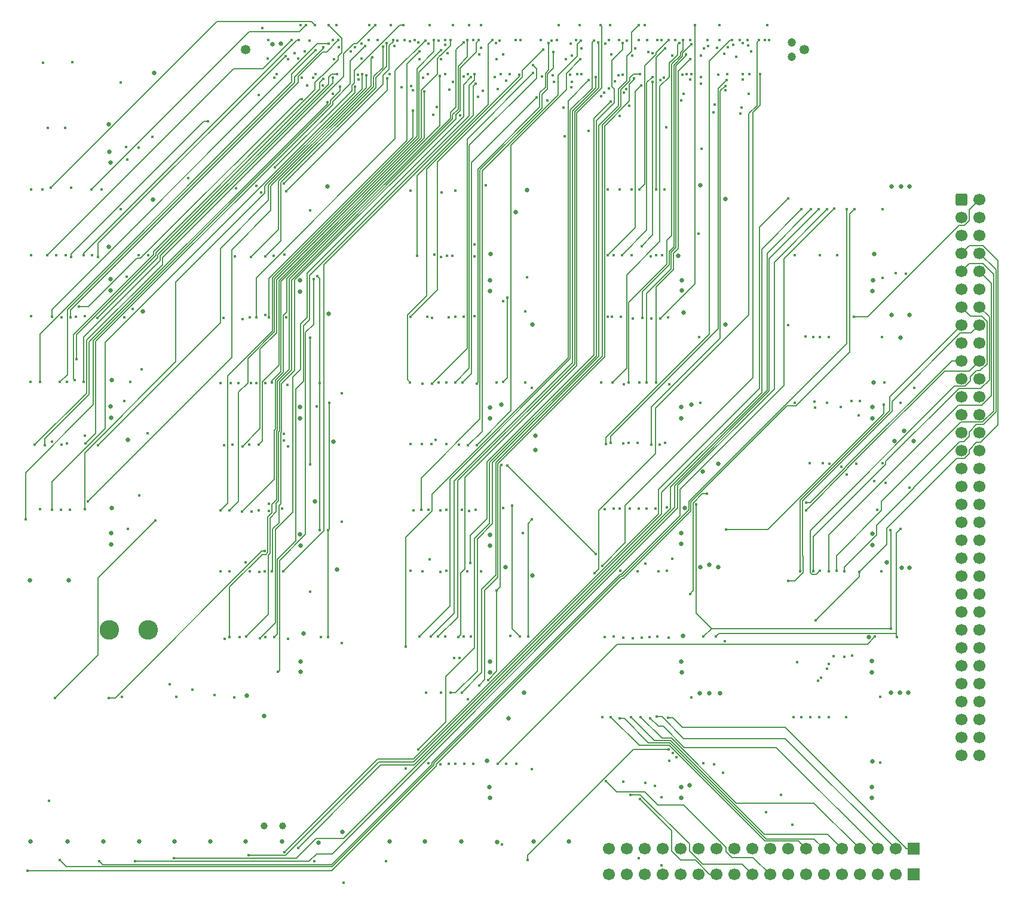
<source format=gbr>
G04 #@! TF.GenerationSoftware,KiCad,Pcbnew,9.0.3*
G04 #@! TF.CreationDate,2025-08-01T19:28:12-07:00*
G04 #@! TF.ProjectId,CardTestFixture,43617264-5465-4737-9446-697874757265,A*
G04 #@! TF.SameCoordinates,Original*
G04 #@! TF.FileFunction,Copper,L6,Inr*
G04 #@! TF.FilePolarity,Positive*
%FSLAX46Y46*%
G04 Gerber Fmt 4.6, Leading zero omitted, Abs format (unit mm)*
G04 Created by KiCad (PCBNEW 9.0.3) date 2025-08-01 19:28:12*
%MOMM*%
%LPD*%
G01*
G04 APERTURE LIST*
G04 Aperture macros list*
%AMRoundRect*
0 Rectangle with rounded corners*
0 $1 Rounding radius*
0 $2 $3 $4 $5 $6 $7 $8 $9 X,Y pos of 4 corners*
0 Add a 4 corners polygon primitive as box body*
4,1,4,$2,$3,$4,$5,$6,$7,$8,$9,$2,$3,0*
0 Add four circle primitives for the rounded corners*
1,1,$1+$1,$2,$3*
1,1,$1+$1,$4,$5*
1,1,$1+$1,$6,$7*
1,1,$1+$1,$8,$9*
0 Add four rect primitives between the rounded corners*
20,1,$1+$1,$2,$3,$4,$5,0*
20,1,$1+$1,$4,$5,$6,$7,0*
20,1,$1+$1,$6,$7,$8,$9,0*
20,1,$1+$1,$8,$9,$2,$3,0*%
G04 Aperture macros list end*
G04 #@! TA.AperFunction,ComponentPad*
%ADD10R,1.700000X1.700000*%
G04 #@! TD*
G04 #@! TA.AperFunction,ComponentPad*
%ADD11C,1.700000*%
G04 #@! TD*
G04 #@! TA.AperFunction,ComponentPad*
%ADD12C,1.349000*%
G04 #@! TD*
G04 #@! TA.AperFunction,ComponentPad*
%ADD13C,1.200000*%
G04 #@! TD*
G04 #@! TA.AperFunction,ComponentPad*
%ADD14RoundRect,0.250000X-0.600000X-0.600000X0.600000X-0.600000X0.600000X0.600000X-0.600000X0.600000X0*%
G04 #@! TD*
G04 #@! TA.AperFunction,ComponentPad*
%ADD15C,2.775000*%
G04 #@! TD*
G04 #@! TA.AperFunction,ViaPad*
%ADD16C,0.650000*%
G04 #@! TD*
G04 #@! TA.AperFunction,ViaPad*
%ADD17C,1.000000*%
G04 #@! TD*
G04 #@! TA.AperFunction,ViaPad*
%ADD18C,0.450000*%
G04 #@! TD*
G04 #@! TA.AperFunction,Conductor*
%ADD19C,0.152400*%
G04 #@! TD*
G04 APERTURE END LIST*
D10*
X209180000Y-151400000D03*
D11*
X206640000Y-151400000D03*
X204100000Y-151400000D03*
X201560000Y-151400000D03*
X199020000Y-151400000D03*
X196480000Y-151400000D03*
X193940000Y-151400000D03*
X191400000Y-151400000D03*
X188860000Y-151400000D03*
X186320000Y-151400000D03*
X183780000Y-151400000D03*
X181240000Y-151400000D03*
X178700000Y-151400000D03*
X176160000Y-151400000D03*
X173620000Y-151400000D03*
X171080000Y-151400000D03*
X168540000Y-151400000D03*
X166000000Y-151400000D03*
D10*
X209180000Y-155000000D03*
D11*
X206640000Y-155000000D03*
X204100000Y-155000000D03*
X201560000Y-155000000D03*
X199020000Y-155000000D03*
X196480000Y-155000000D03*
X193940000Y-155000000D03*
X191400000Y-155000000D03*
X188860000Y-155000000D03*
X186320000Y-155000000D03*
X183780000Y-155000000D03*
X181240000Y-155000000D03*
X178700000Y-155000000D03*
X176160000Y-155000000D03*
X173620000Y-155000000D03*
X171080000Y-155000000D03*
X168540000Y-155000000D03*
X166000000Y-155000000D03*
D12*
X114568900Y-38197500D03*
D13*
X191908900Y-39197500D03*
X191908900Y-37197500D03*
D12*
X193698900Y-38197500D03*
D14*
X216000000Y-59400000D03*
D11*
X218540000Y-59400000D03*
X216000000Y-61940000D03*
X218540000Y-61940000D03*
X216000000Y-64480000D03*
X218540000Y-64480000D03*
X216000000Y-67020000D03*
X218540000Y-67020000D03*
X216000000Y-69560000D03*
X218540000Y-69560000D03*
X216000000Y-72100000D03*
X218540000Y-72100000D03*
X216000000Y-74640000D03*
X218540000Y-74640000D03*
X216000000Y-77180000D03*
X218540000Y-77180000D03*
X216000000Y-79720000D03*
X218540000Y-79720000D03*
X216000000Y-82260000D03*
X218540000Y-82260000D03*
X216000000Y-84800000D03*
X218540000Y-84800000D03*
X216000000Y-87340000D03*
X218540000Y-87340000D03*
X216000000Y-89880000D03*
X218540000Y-89880000D03*
X216000000Y-92420000D03*
X218540000Y-92420000D03*
X216000000Y-94960000D03*
X218540000Y-94960000D03*
X216000000Y-97500000D03*
X218540000Y-97500000D03*
X216000000Y-100040000D03*
X218540000Y-100040000D03*
X216000000Y-102580000D03*
X218540000Y-102580000D03*
X216000000Y-105120000D03*
X218540000Y-105120000D03*
X216000000Y-107660000D03*
X218540000Y-107660000D03*
X216000000Y-110200000D03*
X218540000Y-110200000D03*
X216000000Y-112740000D03*
X218540000Y-112740000D03*
X216000000Y-115280000D03*
X218540000Y-115280000D03*
X216000000Y-117820000D03*
X218540000Y-117820000D03*
X216000000Y-120360000D03*
X218540000Y-120360000D03*
X216000000Y-122900000D03*
X218540000Y-122900000D03*
X216000000Y-125440000D03*
X218540000Y-125440000D03*
X216000000Y-127980000D03*
X218540000Y-127980000D03*
X216000000Y-130520000D03*
X218540000Y-130520000D03*
X216000000Y-133060000D03*
X218540000Y-133060000D03*
X216000000Y-135600000D03*
X218540000Y-135600000D03*
X216000000Y-138140000D03*
X218540000Y-138140000D03*
D15*
X95300000Y-120400000D03*
X100800000Y-120400000D03*
D16*
X114700000Y-129700000D03*
X150247163Y-150415576D03*
X95169795Y-48769795D03*
X122380000Y-108450000D03*
X181548500Y-111521405D03*
X177500000Y-142400000D03*
X178874200Y-129354200D03*
X203362000Y-108342250D03*
X95494000Y-90300000D03*
X145100000Y-150400000D03*
X203400000Y-139000000D03*
X205447800Y-110789092D03*
X206470599Y-93636792D03*
X99500000Y-150400000D03*
X177700000Y-88500000D03*
X94400000Y-150400000D03*
X126300000Y-75600000D03*
X206000000Y-129300000D03*
X203370000Y-72350000D03*
X151370800Y-111500000D03*
X208600000Y-111600000D03*
X203535900Y-85300000D03*
X122280000Y-72450000D03*
X179361801Y-97997608D03*
X203293000Y-144171900D03*
X203600000Y-67100000D03*
X206100000Y-75800000D03*
X176500000Y-121200000D03*
X84000000Y-113400000D03*
X128300000Y-149000000D03*
X114600000Y-150400000D03*
X135000000Y-150400000D03*
X209203100Y-93600000D03*
X89300000Y-150400000D03*
X100000000Y-75300000D03*
X149200000Y-72400000D03*
X101473400Y-59400100D03*
X149159000Y-108422000D03*
X109600000Y-150400000D03*
X95394000Y-72300000D03*
X95203645Y-66103645D03*
X179000000Y-111500000D03*
X208500000Y-129300000D03*
X208600000Y-75800000D03*
X208600000Y-57600000D03*
X181748500Y-129354200D03*
X149296300Y-67131600D03*
X95394000Y-54200000D03*
X176362000Y-72342250D03*
X202865333Y-121449299D03*
X149159000Y-90422000D03*
X150833400Y-88500000D03*
X155400000Y-150400000D03*
X175862800Y-67403500D03*
X101588000Y-41487300D03*
X97887600Y-93500000D03*
X155599800Y-92900000D03*
X119700000Y-150400000D03*
X127500000Y-111800000D03*
X104500000Y-150400000D03*
X148770000Y-138930000D03*
X122782608Y-120888501D03*
X176788100Y-103097600D03*
X160400000Y-150400000D03*
X152800000Y-61248100D03*
X203300000Y-126400000D03*
X176315000Y-108197000D03*
D17*
X119800000Y-148195000D03*
D16*
X95600000Y-85000000D03*
X203400000Y-90400000D03*
X124355205Y-102155205D03*
X122380000Y-126350000D03*
X149151000Y-126394000D03*
X95600000Y-103100000D03*
X126200000Y-57600000D03*
X124911855Y-150500600D03*
X176308000Y-144169000D03*
X119528100Y-37295900D03*
X84100000Y-150400000D03*
X206100000Y-57600000D03*
X140000000Y-150400000D03*
X176300000Y-90400000D03*
X127000000Y-93700000D03*
X179000000Y-57400000D03*
X149160000Y-144170000D03*
X95494000Y-108300000D03*
X151840000Y-132910000D03*
X176640100Y-75400000D03*
X176400000Y-126400000D03*
X122280000Y-90450000D03*
X203300000Y-124800000D03*
X95494000Y-106700000D03*
X155605300Y-94916200D03*
X122280000Y-106850000D03*
X207300000Y-129300000D03*
X203362000Y-106742250D03*
X122280000Y-88850000D03*
X149159000Y-88922000D03*
X117220000Y-132575600D03*
X180244195Y-111144195D03*
X181515600Y-96833900D03*
X182584400Y-77121000D03*
X122380000Y-124850000D03*
X154410300Y-58044900D03*
X155207600Y-77160600D03*
X207350000Y-78974000D03*
X89500000Y-113400000D03*
X95394000Y-88700000D03*
X176362000Y-70842250D03*
X207903599Y-92203792D03*
X207400000Y-57600000D03*
X118406400Y-37392300D03*
X149159000Y-106922000D03*
X149120000Y-142640000D03*
X182584400Y-59325800D03*
X203293000Y-142671900D03*
X95294000Y-52700000D03*
X122280000Y-70850000D03*
X149151000Y-124894000D03*
D17*
X117220000Y-148190000D03*
D16*
X176300000Y-88800000D03*
X176308000Y-142669000D03*
X154027700Y-129250000D03*
X207500000Y-111600000D03*
X149200000Y-70900000D03*
X176315000Y-106697000D03*
X95394000Y-70700000D03*
X203400000Y-88800000D03*
X203470000Y-70850000D03*
X176315000Y-124900000D03*
X155206200Y-112711400D03*
X180300000Y-129354200D03*
D18*
X181194900Y-121351100D03*
X180946700Y-139461300D03*
X99369900Y-67275000D03*
X154216400Y-75225300D03*
X126260300Y-106253100D03*
X206709400Y-69854500D03*
X207350000Y-88192700D03*
X206864100Y-121446900D03*
X207350000Y-106050600D03*
X152916100Y-139351100D03*
X154205300Y-85310000D03*
X100653900Y-92565200D03*
X152305300Y-102821900D03*
X126402800Y-88253900D03*
X99374000Y-52109700D03*
X126260300Y-121444100D03*
X153448000Y-121353100D03*
X128214000Y-122294400D03*
X155096500Y-86114500D03*
X87568600Y-130031300D03*
X182252300Y-140625000D03*
X154416500Y-70451900D03*
X100787500Y-67292100D03*
X155095900Y-140156700D03*
X208649500Y-100251500D03*
X128214000Y-105092200D03*
X154581300Y-121362300D03*
X101337600Y-50571000D03*
X101796300Y-104935300D03*
X128214400Y-86850000D03*
X182448100Y-121962400D03*
X209305500Y-86084700D03*
X155101300Y-104770200D03*
X208094600Y-69948900D03*
X205917000Y-106242300D03*
X178425600Y-102609300D03*
X179426300Y-139235600D03*
X124701800Y-70254700D03*
X153825000Y-106639400D03*
X179427800Y-121360700D03*
X151057000Y-85255600D03*
X125078700Y-106257400D03*
X151684400Y-73333500D03*
X152028500Y-121258300D03*
X206001400Y-120211200D03*
X151438900Y-139399400D03*
X97747000Y-70337700D03*
X86700000Y-144600000D03*
X97595500Y-51970300D03*
X125056900Y-85436600D03*
X98252200Y-85290400D03*
X179032800Y-88195400D03*
X205043500Y-85349400D03*
X125212200Y-121442100D03*
X123720300Y-60961500D03*
X178832700Y-78901300D03*
X150143600Y-114813600D03*
X96834000Y-42824800D03*
X96834700Y-60806900D03*
X97343600Y-76137200D03*
X204810000Y-60826600D03*
X112914300Y-129973900D03*
X179915400Y-101119400D03*
X148922600Y-127469800D03*
X204640400Y-112058400D03*
X177738700Y-129919300D03*
X123727500Y-78957900D03*
X178763900Y-64301500D03*
X123734500Y-114972900D03*
X150830800Y-96998800D03*
X204438400Y-129907800D03*
X204790200Y-96750800D03*
X204773100Y-78879000D03*
X177534200Y-115282300D03*
X123720300Y-96961500D03*
X200869800Y-60803600D03*
X83664000Y-154489000D03*
X199730000Y-60812000D03*
X88193700Y-153001400D03*
X197963500Y-60693700D03*
X93824400Y-153160600D03*
X196947900Y-60825700D03*
X98904800Y-153160200D03*
X104441000Y-152704000D03*
X195735700Y-60808500D03*
X194650000Y-60807500D03*
X121973100Y-151256700D03*
X114991000Y-152314000D03*
X193322500Y-60807700D03*
X120075400Y-151863500D03*
X191414300Y-59298600D03*
X124317100Y-153147900D03*
X174553400Y-138897400D03*
X190425200Y-143788700D03*
X128431000Y-156226600D03*
X134469300Y-153155700D03*
X175649200Y-138443700D03*
X150862000Y-150755200D03*
X175059800Y-137863100D03*
X170271000Y-152771300D03*
X188309600Y-146219100D03*
X154494200Y-152989800D03*
X174503300Y-137304100D03*
X192060000Y-147982900D03*
X173511000Y-153771800D03*
X91754000Y-103288100D03*
X131047700Y-41682000D03*
X164833100Y-34705200D03*
X144701600Y-121388500D03*
X147327900Y-85517300D03*
X157498500Y-37281700D03*
X120493000Y-85657500D03*
X139034700Y-37199600D03*
X112290300Y-112131200D03*
X144962200Y-47462600D03*
X142814000Y-121365600D03*
X164906200Y-44786000D03*
X86088100Y-94206400D03*
X126131100Y-45625000D03*
X143015500Y-112050800D03*
X166020000Y-36831700D03*
X127434800Y-34703000D03*
X91803300Y-75985600D03*
X137930100Y-76051800D03*
X156769200Y-38182800D03*
X116589300Y-121550200D03*
X146498900Y-42080600D03*
X146485600Y-121358900D03*
X166407300Y-38881200D03*
X172706600Y-57995200D03*
X173998900Y-37980600D03*
X163909600Y-36939100D03*
X139176500Y-121359800D03*
X150577600Y-36916600D03*
X143884100Y-67433300D03*
X117838900Y-102511700D03*
X142836800Y-41688300D03*
X84134000Y-75976900D03*
X127751500Y-37879100D03*
X115120700Y-112130600D03*
X147478900Y-44833600D03*
X118588700Y-42187700D03*
X84197700Y-67281400D03*
X117370300Y-121428600D03*
X146209000Y-34700900D03*
X171203900Y-111017100D03*
X184834800Y-46401100D03*
X198368700Y-67293200D03*
X188745700Y-36836100D03*
X168994000Y-103221300D03*
X180082600Y-37644900D03*
X181741600Y-36833400D03*
X173239600Y-94107600D03*
X143639000Y-36826700D03*
X116394100Y-94143900D03*
X158091100Y-41799000D03*
X147023000Y-75966100D03*
X176998900Y-38839000D03*
X171412800Y-85346600D03*
X88396200Y-103347700D03*
X130060500Y-37820600D03*
X124464000Y-41676400D03*
X106473100Y-56349500D03*
X118959400Y-41681300D03*
X85860600Y-40064000D03*
X168183900Y-85559700D03*
X176458300Y-41702200D03*
X164006500Y-112379100D03*
X187316800Y-36838800D03*
X173952800Y-57974400D03*
X173808700Y-42179400D03*
X111424800Y-76168000D03*
X140633400Y-34699800D03*
X185959300Y-41686800D03*
X174215000Y-111995500D03*
X164498900Y-37205900D03*
X141865900Y-121351100D03*
X184998900Y-41678900D03*
X170661500Y-121509800D03*
X160752600Y-42791400D03*
X142986500Y-103349100D03*
X127707000Y-36825400D03*
X89754800Y-76135400D03*
X179103700Y-42974700D03*
X165485900Y-103269000D03*
X120204800Y-39081600D03*
X93648900Y-67531600D03*
X173577500Y-67281700D03*
X173515500Y-36845000D03*
X132926100Y-34716800D03*
X84700400Y-94188500D03*
X160649200Y-37350600D03*
X143011300Y-94060800D03*
X148558700Y-57426200D03*
X151461300Y-42616300D03*
X182539800Y-43319800D03*
X172041300Y-94174600D03*
X118640300Y-121425500D03*
X146998900Y-41681100D03*
X176605800Y-44412000D03*
X169424000Y-76247000D03*
X179119700Y-42086400D03*
X166501800Y-76052900D03*
X114080600Y-103593300D03*
X142086100Y-41948800D03*
X171412800Y-103219300D03*
X181370000Y-37901900D03*
X174277600Y-103029000D03*
X181685400Y-34708200D03*
X91600600Y-85290400D03*
X126947800Y-42126500D03*
X174483700Y-121512800D03*
X185691300Y-36837100D03*
X180986500Y-45979400D03*
X173965300Y-93910800D03*
X171618700Y-38498700D03*
X166696500Y-67288000D03*
X140399400Y-41684700D03*
X115164800Y-76136700D03*
X124094400Y-42166100D03*
X84108500Y-85290400D03*
X188462000Y-34708800D03*
X195920000Y-67276400D03*
X173289900Y-42536500D03*
X172738900Y-67287100D03*
X140667600Y-110440600D03*
X165552000Y-37344300D03*
X177689900Y-41678500D03*
X174409100Y-76136600D03*
X141906800Y-36933500D03*
X115416800Y-103658900D03*
X172603200Y-103212500D03*
X181573000Y-41747000D03*
X116413200Y-44623000D03*
X87684300Y-67292500D03*
X123117400Y-34704700D03*
X92690700Y-57993200D03*
X118302500Y-85368900D03*
X139893900Y-44130300D03*
X147699500Y-38861900D03*
X114559500Y-110867200D03*
X113678300Y-121445700D03*
X146039800Y-41685500D03*
X86997100Y-57725400D03*
X124348700Y-34719700D03*
X145998900Y-36838300D03*
X114682100Y-121288900D03*
X89849000Y-67546100D03*
X109253000Y-48317800D03*
X170117300Y-112062700D03*
X184099800Y-39219700D03*
X160793900Y-39055900D03*
X137906500Y-94038300D03*
X172036800Y-76288900D03*
X177592200Y-42432900D03*
X140446500Y-139310100D03*
X163162200Y-49685200D03*
X172231700Y-42060600D03*
X167877400Y-67287400D03*
X170413200Y-41692200D03*
X145205500Y-129265500D03*
X117393000Y-75790000D03*
X139712000Y-42156400D03*
X160736200Y-43495000D03*
X141465800Y-93505000D03*
X87112700Y-93761000D03*
X132084200Y-34709200D03*
X167597700Y-103218900D03*
X179137600Y-52240700D03*
X121506900Y-38697100D03*
X84134000Y-57995900D03*
X166927800Y-42698900D03*
X142199300Y-112166400D03*
X147161100Y-103335900D03*
X161910800Y-34712100D03*
X139204900Y-38437800D03*
X117896200Y-76138900D03*
X140503800Y-37300000D03*
X114135100Y-76327100D03*
X180888800Y-47032900D03*
X170299400Y-103218300D03*
X172884000Y-121353900D03*
X184966000Y-42428600D03*
X138377800Y-103434000D03*
X159815500Y-50465500D03*
X115343500Y-67574200D03*
X133998900Y-37797300D03*
X117379500Y-85439500D03*
X138498900Y-36853800D03*
X126907000Y-44427500D03*
X88496500Y-94148600D03*
X188126200Y-36837300D03*
X192347700Y-67284800D03*
X89842400Y-57723900D03*
X123583500Y-36924100D03*
X120032400Y-67203800D03*
X135098900Y-34712600D03*
X112290300Y-103427900D03*
X141260100Y-36844200D03*
X171930900Y-67438200D03*
X172883300Y-36826600D03*
X143580000Y-129320000D03*
X170246600Y-34717600D03*
X174998900Y-39060300D03*
X167602800Y-57980100D03*
X170241100Y-36837700D03*
X146032700Y-130189800D03*
X161528900Y-41678000D03*
X146197500Y-103564400D03*
X99525200Y-101334600D03*
X130998900Y-37295500D03*
X145443100Y-37137300D03*
X112290300Y-121439600D03*
X140868600Y-94083800D03*
X162133800Y-37999200D03*
X137094700Y-36825200D03*
X112486300Y-85430700D03*
X131498900Y-37652400D03*
X91907100Y-93990800D03*
X142881000Y-37531400D03*
X117838900Y-103539900D03*
X141162600Y-47375900D03*
X112686500Y-94153600D03*
X141927800Y-85334500D03*
X156386600Y-36835700D03*
X145183600Y-103359100D03*
X161405200Y-36830800D03*
X163155800Y-42535400D03*
X137227600Y-122770200D03*
X147305900Y-94192200D03*
X161998900Y-39569300D03*
X165998900Y-43693300D03*
X147890100Y-112055400D03*
X147934900Y-37950000D03*
X111020300Y-112127600D03*
X119910300Y-112125200D03*
X147150600Y-42981000D03*
X147667300Y-128255300D03*
X169601800Y-42213000D03*
X147619800Y-36843200D03*
X118301700Y-112061800D03*
X90388200Y-85031900D03*
X126332300Y-34700900D03*
X136667300Y-43525700D03*
X111020300Y-85426800D03*
X166286700Y-45551500D03*
X146427500Y-110921100D03*
X178227500Y-34718600D03*
X173317800Y-76320500D03*
X182680900Y-42500600D03*
X166332800Y-93914300D03*
X153315200Y-41707900D03*
X137881500Y-85350500D03*
X182575200Y-43941400D03*
X165455000Y-121383300D03*
X172748900Y-85354300D03*
X177548600Y-39563300D03*
X162059100Y-36896900D03*
X146090200Y-94261800D03*
X145526500Y-139338400D03*
X168952800Y-46172800D03*
X158929300Y-34713600D03*
X140993200Y-76223400D03*
X116732500Y-58408700D03*
X136066900Y-36886900D03*
X179498900Y-37977700D03*
X165899200Y-76065500D03*
X86511500Y-49293000D03*
X116943400Y-35123000D03*
X143419000Y-43838900D03*
X120551700Y-94389100D03*
X168493900Y-43752400D03*
X142267500Y-129250000D03*
X142819800Y-36828600D03*
X119738900Y-103190400D03*
X125540500Y-37819400D03*
X88237500Y-85290400D03*
X120015900Y-93545800D03*
X143903800Y-34719100D03*
X127921600Y-43452600D03*
X83441700Y-104700000D03*
X165069700Y-111316000D03*
X187498900Y-41685600D03*
X170317200Y-85350400D03*
X177060900Y-41677200D03*
X177583300Y-36826800D03*
X174593200Y-85622100D03*
X165899200Y-57994400D03*
X175452700Y-36826400D03*
X125492200Y-43264900D03*
X89214000Y-85291100D03*
X165899200Y-67288800D03*
X170589700Y-43281600D03*
X174484700Y-36852100D03*
X170333800Y-57977700D03*
X149998900Y-37233900D03*
X142251500Y-67601400D03*
X166715300Y-121367200D03*
X183691600Y-37464000D03*
X142261900Y-38254500D03*
X114159900Y-94358700D03*
X167387100Y-41781700D03*
X139637200Y-112133100D03*
X142275600Y-39517400D03*
X116419300Y-103421500D03*
X170783500Y-76165200D03*
X177736100Y-37439000D03*
X185020000Y-37226000D03*
X171824600Y-121375200D03*
X169327200Y-39042600D03*
X144256500Y-139349600D03*
X146779400Y-36826300D03*
X120546800Y-121699700D03*
X134641000Y-42221400D03*
X120354200Y-58208400D03*
X160498900Y-41703100D03*
X140446500Y-103357000D03*
X169218400Y-67289700D03*
X172241400Y-38659100D03*
X141632400Y-46324200D03*
X115042800Y-94146200D03*
X131998900Y-36829400D03*
X89214000Y-93977500D03*
X132526600Y-39264200D03*
X92211800Y-102172000D03*
X130580600Y-42443000D03*
X91755800Y-92905900D03*
X168014700Y-37211200D03*
X139043100Y-137320300D03*
X90615100Y-82064900D03*
X125539400Y-42362300D03*
X144750500Y-94178400D03*
X162132900Y-41686500D03*
X89048800Y-67288100D03*
X122338400Y-34704700D03*
X168100100Y-94013200D03*
X182854900Y-37830400D03*
X131660800Y-41831300D03*
X93622700Y-94210800D03*
X145964800Y-112103400D03*
X166185400Y-34708200D03*
X170142800Y-93898200D03*
X182421300Y-38789500D03*
X137906500Y-112032000D03*
X167498900Y-36843300D03*
X145495400Y-121351800D03*
X165403700Y-44288500D03*
X90935100Y-74591100D03*
X122486000Y-45171600D03*
X129498900Y-38406900D03*
X85404000Y-103272500D03*
X135606600Y-37638500D03*
X116124400Y-57501200D03*
X143177500Y-38721700D03*
X111495500Y-94235500D03*
X144122700Y-124385800D03*
X171478200Y-36843400D03*
X159905400Y-39500700D03*
X142199300Y-103460000D03*
X123286800Y-43259600D03*
X88443500Y-76104100D03*
X137886600Y-37021400D03*
X115345400Y-85428700D03*
X176312300Y-45347100D03*
X164950500Y-85362200D03*
X157317700Y-45347600D03*
X140290900Y-76060300D03*
X157952300Y-36871000D03*
X145433400Y-76044500D03*
X113053900Y-67492400D03*
X133254700Y-36825700D03*
X137959000Y-58129000D03*
X152825600Y-36838800D03*
X120328200Y-76076700D03*
X139206400Y-39569400D03*
X86461100Y-67293800D03*
X121102200Y-36827200D03*
X117370300Y-67441200D03*
X134527100Y-37254800D03*
X116100300Y-85419400D03*
X138260600Y-43922400D03*
X111020300Y-103427900D03*
X138251200Y-46823000D03*
X179968700Y-36847800D03*
X166706100Y-103209000D03*
X140849700Y-121364000D03*
X164135300Y-42098500D03*
X167718600Y-76056000D03*
X179062700Y-39066300D03*
X150734600Y-41678700D03*
X147023000Y-65815700D03*
X93600800Y-76199000D03*
X127498900Y-41676300D03*
X169235200Y-57994100D03*
X174150200Y-49209300D03*
X138870400Y-67431800D03*
X149496700Y-36843100D03*
X89665400Y-103371600D03*
X130439100Y-41763600D03*
X122929800Y-38470500D03*
X85760600Y-57994100D03*
X165598100Y-94064900D03*
X183498900Y-36850500D03*
X186201400Y-38417400D03*
X167637300Y-112053000D03*
X124481700Y-38266700D03*
X85404000Y-85277000D03*
X94138300Y-57994100D03*
X121994200Y-39434800D03*
X158661200Y-36833300D03*
X143371200Y-76078400D03*
X147023000Y-67434600D03*
X151094600Y-38837500D03*
X122491800Y-42186500D03*
X92782600Y-67277300D03*
X146848100Y-139353000D03*
X169735700Y-38017000D03*
X184703700Y-47202200D03*
X168093100Y-121474500D03*
X168872800Y-93908300D03*
X182838900Y-41686200D03*
X169452000Y-121557100D03*
X184566200Y-36825800D03*
X158253300Y-42760600D03*
X144256500Y-76061700D03*
X139438700Y-103366000D03*
X158161800Y-38496900D03*
X167529200Y-47538600D03*
X143313200Y-139352900D03*
X148171800Y-44053500D03*
X117289400Y-112069600D03*
X126936300Y-36835800D03*
X99828300Y-83481700D03*
X122091200Y-36828700D03*
X91604300Y-67287400D03*
X168872800Y-85350400D03*
X176498900Y-36837300D03*
X87172200Y-103402300D03*
X130080800Y-43473800D03*
X151998900Y-41687300D03*
X144256500Y-58145000D03*
X142986500Y-85362000D03*
X156534000Y-41991100D03*
X120589800Y-39556500D03*
X117725800Y-39414500D03*
X90484000Y-75996900D03*
X127133600Y-39567100D03*
X167998900Y-41697800D03*
X137213000Y-140076700D03*
X145498900Y-42009100D03*
X111613900Y-121651600D03*
X113216000Y-57835900D03*
X131007700Y-39474700D03*
X142330900Y-58389600D03*
X150280100Y-43812200D03*
X134988100Y-41678100D03*
X118538200Y-67404100D03*
X159601900Y-46406100D03*
X139518800Y-94050200D03*
X175998900Y-37209300D03*
X166509200Y-85350700D03*
X87120000Y-76055900D03*
X126301300Y-37352200D03*
X144846500Y-124378800D03*
X171117000Y-34691300D03*
X143123100Y-67423500D03*
X150086000Y-39564100D03*
X153530900Y-36830700D03*
X139665500Y-85471500D03*
X175034200Y-110303400D03*
X185864400Y-44411500D03*
X142188700Y-139463400D03*
X168608600Y-36935800D03*
X173042100Y-112063600D03*
X185754000Y-37555000D03*
X170695600Y-66001700D03*
X172230400Y-42729600D03*
X140050000Y-36887800D03*
X116102000Y-76122100D03*
X143901300Y-42723500D03*
X120013600Y-92659700D03*
X116509900Y-112184800D03*
X147930500Y-34716500D03*
X149870000Y-42035500D03*
X141302500Y-67242200D03*
X140148300Y-129250000D03*
X168182200Y-44292900D03*
X89013600Y-49294900D03*
X117766000Y-36829400D03*
X155800300Y-44925000D03*
X145300200Y-85351100D03*
X136883400Y-34719000D03*
X118745100Y-54864100D03*
X137998900Y-43331900D03*
X113560300Y-85422900D03*
X140960100Y-85506300D03*
X155309400Y-41526200D03*
X135456100Y-36851200D03*
X120019900Y-57164200D03*
X144256500Y-85358500D03*
X155246100Y-40348100D03*
X169132700Y-132745900D03*
X200501000Y-124071400D03*
X167600000Y-132900000D03*
X192700000Y-125000000D03*
X174400000Y-132800000D03*
X199391000Y-124192200D03*
X165096300Y-132741000D03*
X196907600Y-125917400D03*
X171900000Y-132900000D03*
X196091300Y-127165000D03*
X170541000Y-132737000D03*
X197189800Y-125225300D03*
X197839700Y-124122700D03*
X195665200Y-127591100D03*
X172800000Y-132700000D03*
X166332800Y-132728200D03*
X170411800Y-144364800D03*
X168067600Y-141935900D03*
X173485300Y-144105700D03*
X201515100Y-112193700D03*
X195327700Y-119069800D03*
X192222200Y-132728100D03*
X193285000Y-132732300D03*
X195825000Y-132752900D03*
X171214000Y-142030200D03*
X172574200Y-142527100D03*
X199436000Y-112063900D03*
X194555000Y-132736000D03*
X197161500Y-132739800D03*
X199635000Y-132748200D03*
X165649200Y-141843600D03*
X169105100Y-143780000D03*
X151092900Y-103160900D03*
X97366500Y-87953900D03*
X182676800Y-106139700D03*
X104738900Y-129878200D03*
X204451700Y-139208600D03*
X205006100Y-88510100D03*
X95139800Y-130005100D03*
X117249500Y-109233100D03*
X97051400Y-129879900D03*
X124601200Y-88749200D03*
X150149500Y-85354200D03*
X98571200Y-74909600D03*
X107060000Y-128862300D03*
X204089500Y-103390300D03*
X204780200Y-70504500D03*
X97853600Y-106103300D03*
X103789500Y-128098700D03*
X97779100Y-53724300D03*
X164158900Y-109633300D03*
X110164300Y-129598200D03*
X151644800Y-97137200D03*
X151065300Y-73828900D03*
X203756900Y-121364400D03*
X150252900Y-139358300D03*
X119131500Y-126348700D03*
X124175300Y-70713000D03*
X89988100Y-39970000D03*
X200425200Y-87998200D03*
X205248200Y-99603300D03*
X195037700Y-112068500D03*
X197240800Y-96830400D03*
X195919800Y-112048300D03*
X200784200Y-76055100D03*
X198898400Y-88781200D03*
X191422100Y-113470200D03*
X197189800Y-112063000D03*
X193960500Y-102401500D03*
X193960500Y-103431200D03*
X196965000Y-88185100D03*
X192343200Y-88196300D03*
X199010900Y-97287800D03*
X196328700Y-96750100D03*
X203593700Y-99324100D03*
X201415400Y-89960100D03*
X195193500Y-88025400D03*
X193117500Y-112055500D03*
X198262500Y-112044200D03*
X197190000Y-78897000D03*
X201566000Y-88004100D03*
X199707700Y-98342000D03*
X195265100Y-88861300D03*
X201072200Y-96867600D03*
X194476700Y-96740500D03*
X195036000Y-78870800D03*
X193871100Y-78782600D03*
X195920000Y-78882900D03*
X191406300Y-77250800D03*
D19*
X126402800Y-106110600D02*
X126402800Y-88253900D01*
X206763300Y-106637300D02*
X207350000Y-106050600D01*
X206763300Y-120895700D02*
X181650300Y-120895700D01*
X126260300Y-106253100D02*
X126402800Y-106110600D01*
X181650300Y-120895700D02*
X181194900Y-121351100D01*
X206763300Y-120895700D02*
X206763300Y-106637300D01*
X126260300Y-106253100D02*
X126260300Y-121444100D01*
X206864100Y-121446900D02*
X206763300Y-121346100D01*
X152305300Y-120210400D02*
X153448000Y-121353100D01*
X206763300Y-121346100D02*
X206763300Y-120895700D01*
X152305300Y-102821900D02*
X152305300Y-120210400D01*
X87568600Y-130031300D02*
X93683700Y-123916200D01*
X154581300Y-105290200D02*
X154581300Y-121362300D01*
X93683700Y-123916200D02*
X93683700Y-113047900D01*
X155101300Y-104770200D02*
X154581300Y-105290200D01*
X93683700Y-113047900D02*
X101796300Y-104935300D01*
X180577300Y-120211200D02*
X178425600Y-118059500D01*
X125056900Y-70609800D02*
X124701800Y-70254700D01*
X206001400Y-120211200D02*
X180577300Y-120211200D01*
X125056900Y-106235600D02*
X125078700Y-106257400D01*
X125056900Y-85436600D02*
X125056900Y-70609800D01*
X151684400Y-84628200D02*
X151057000Y-85255600D01*
X125056900Y-85436600D02*
X125056900Y-106235600D01*
X178425600Y-118059500D02*
X178425600Y-102609300D01*
X206001400Y-106326700D02*
X205917000Y-106242300D01*
X180577300Y-120211200D02*
X179427800Y-121360700D01*
X151684400Y-73333500D02*
X151684400Y-84628200D01*
X206001400Y-120211200D02*
X206001400Y-106326700D01*
X150143600Y-114813600D02*
X150143600Y-126248800D01*
X179273900Y-101119400D02*
X179915400Y-101119400D01*
X177534200Y-115282300D02*
X177971900Y-114844600D01*
X123727500Y-78957900D02*
X123727500Y-96954300D01*
X177971900Y-102421400D02*
X179273900Y-101119400D01*
X150143600Y-114813600D02*
X150639100Y-114318100D01*
X123727500Y-96954300D02*
X123720300Y-96961500D01*
X177971900Y-114844600D02*
X177971900Y-102421400D01*
X150639100Y-114318100D02*
X150639100Y-97190500D01*
X150639100Y-97190500D02*
X150830800Y-96998800D01*
X150143600Y-126248800D02*
X148922600Y-127469800D01*
X177667000Y-103527600D02*
X168078100Y-113116500D01*
X200183800Y-61489600D02*
X200183800Y-81001500D01*
X177667000Y-102295000D02*
X177667000Y-103527600D01*
X191288900Y-88673100D02*
X177667000Y-102295000D01*
X141573600Y-139687400D02*
X126772000Y-154489000D01*
X168078100Y-113116500D02*
X167894000Y-113116500D01*
X141573600Y-139436900D02*
X141573600Y-139687400D01*
X192512200Y-88673100D02*
X191288900Y-88673100D01*
X200869800Y-60803600D02*
X200183800Y-61489600D01*
X167894000Y-113116500D02*
X141573600Y-139436900D01*
X126772000Y-154489000D02*
X83664000Y-154489000D01*
X200183800Y-81001500D02*
X192512200Y-88673100D01*
X141268700Y-139310500D02*
X141268700Y-139560900D01*
X141268700Y-139560900D02*
X126873900Y-153955700D01*
X167767600Y-112811600D02*
X141268700Y-139310500D01*
X177362100Y-103401200D02*
X167951700Y-112811600D01*
X126873900Y-153955700D02*
X89148000Y-153955700D01*
X177362100Y-102168600D02*
X177362100Y-103401200D01*
X199730000Y-79800700D02*
X177362100Y-102168600D01*
X167951700Y-112811600D02*
X167767600Y-112811600D01*
X199730000Y-60812000D02*
X199730000Y-79800700D01*
X89148000Y-153955700D02*
X88193700Y-153001400D01*
X190833900Y-67823300D02*
X190833900Y-85742600D01*
X94314600Y-153650800D02*
X93824400Y-153160600D01*
X140963800Y-139434500D02*
X126747500Y-153650800D01*
X176095800Y-100480700D02*
X176095800Y-104236200D01*
X140963800Y-139179100D02*
X140963800Y-139434500D01*
X176095800Y-104236200D02*
X167825300Y-112506700D01*
X167825300Y-112506700D02*
X167636200Y-112506700D01*
X126747500Y-153650800D02*
X94314600Y-153650800D01*
X167636200Y-112506700D02*
X140963800Y-139179100D01*
X190833900Y-85742600D02*
X176095800Y-100480700D01*
X197963500Y-60693700D02*
X190833900Y-67823300D01*
X126806300Y-152103000D02*
X175775800Y-103133500D01*
X189456200Y-86257600D02*
X189456200Y-68317300D01*
X123561100Y-153160200D02*
X124618300Y-152103000D01*
X175775800Y-103133500D02*
X175775800Y-99938000D01*
X124618300Y-152103000D02*
X126806300Y-152103000D01*
X189456300Y-68317300D02*
X196947900Y-60825700D01*
X98904800Y-153160200D02*
X123561100Y-153160200D01*
X175775800Y-99938000D02*
X189456200Y-86257600D01*
X189456200Y-68317300D02*
X189456300Y-68317300D01*
X124593800Y-149947000D02*
X128444500Y-149947000D01*
X188746100Y-67798100D02*
X195735700Y-60808500D01*
X121769600Y-152771200D02*
X124593800Y-149947000D01*
X104441000Y-152704000D02*
X104508200Y-152771200D01*
X128444500Y-149947000D02*
X175333600Y-103057900D01*
X104508200Y-152771200D02*
X121769600Y-152771200D01*
X175333600Y-103057900D02*
X175333600Y-99948900D01*
X188746100Y-86536400D02*
X188746100Y-67798100D01*
X175333600Y-99948900D02*
X188746100Y-86536400D01*
X188441200Y-86410000D02*
X188441200Y-67016300D01*
X121973100Y-151256700D02*
X133668900Y-139560900D01*
X174731300Y-103226300D02*
X174731300Y-100119900D01*
X188441200Y-67016300D02*
X194650000Y-60807500D01*
X138396700Y-139560900D02*
X174731300Y-103226300D01*
X133668900Y-139560900D02*
X138396700Y-139560900D01*
X174731300Y-100119900D02*
X188441200Y-86410000D01*
X187678800Y-86741100D02*
X173469700Y-100950200D01*
X133479700Y-139103500D02*
X120265900Y-152317300D01*
X193322500Y-60807700D02*
X187678800Y-66451400D01*
X173469700Y-103995900D02*
X138362100Y-139103500D01*
X120265900Y-152317300D02*
X114994300Y-152317300D01*
X138362100Y-139103500D02*
X133479700Y-139103500D01*
X114994300Y-152317300D02*
X114991000Y-152314000D01*
X187678800Y-66451400D02*
X187678800Y-86741100D01*
X173469700Y-100950200D02*
X173469700Y-103995900D01*
X187373900Y-86183400D02*
X173057000Y-100500300D01*
X173057000Y-100500300D02*
X173057000Y-103977300D01*
X173057000Y-103977300D02*
X138388000Y-138646300D01*
X187373900Y-63339000D02*
X187373900Y-86183400D01*
X191414300Y-59298600D02*
X187373900Y-63339000D01*
X133292600Y-138646300D02*
X120075400Y-151863500D01*
X138388000Y-138646300D02*
X133292600Y-138646300D01*
X169518600Y-137304100D02*
X174503300Y-137304100D01*
X154494200Y-152328500D02*
X169518600Y-137304100D01*
X154494200Y-152989800D02*
X154494200Y-152328500D01*
X91754000Y-103288100D02*
X91754000Y-95317000D01*
X104686100Y-82384900D02*
X104686100Y-71096800D01*
X117295700Y-57521600D02*
X131047700Y-43769600D01*
X104686100Y-71096800D02*
X117295700Y-58487200D01*
X117295700Y-58487200D02*
X117295700Y-57521600D01*
X131047700Y-43769600D02*
X131047700Y-41682000D01*
X91754000Y-95317000D02*
X104686100Y-82384900D01*
X164998400Y-43620800D02*
X161488900Y-47130300D01*
X161488900Y-47130300D02*
X161488900Y-82978300D01*
X145663700Y-98803500D02*
X145663700Y-111758600D01*
X161488900Y-82978300D02*
X145663700Y-98803500D01*
X164833100Y-34705200D02*
X164998400Y-34870500D01*
X145041600Y-112380700D02*
X145041600Y-121048500D01*
X145041600Y-121048500D02*
X144701600Y-121388500D01*
X145663700Y-111758600D02*
X145041600Y-112380700D01*
X164998400Y-34870500D02*
X164998400Y-43620800D01*
X156254100Y-46313600D02*
X147476800Y-55090900D01*
X147476800Y-85368400D02*
X147327900Y-85517300D01*
X157498500Y-41068000D02*
X157027600Y-41538900D01*
X157027600Y-43527400D02*
X156254100Y-44300900D01*
X156254100Y-44300900D02*
X156254100Y-46313600D01*
X147476800Y-55090900D02*
X147476800Y-85368400D01*
X157498500Y-37281700D02*
X157498500Y-41068000D01*
X157027600Y-41538900D02*
X157027600Y-43527400D01*
X86088100Y-93266700D02*
X86088100Y-94206400D01*
X126131100Y-45625000D02*
X126131100Y-45845200D01*
X126131100Y-45845200D02*
X92359300Y-79617000D01*
X92359300Y-79617000D02*
X92359300Y-86995500D01*
X92359300Y-86995500D02*
X86088100Y-93266700D01*
X137930100Y-76051800D02*
X141756200Y-72225700D01*
X141756200Y-54118200D02*
X153768900Y-42105500D01*
X141756200Y-72225700D02*
X141756200Y-54118200D01*
X153768900Y-41183100D02*
X156769200Y-38182800D01*
X153768900Y-42105500D02*
X153768900Y-41183100D01*
X122324500Y-77048400D02*
X123291200Y-76081700D01*
X123291200Y-69845800D02*
X145436700Y-47700300D01*
X121238800Y-84585400D02*
X122324500Y-83499700D01*
X122324500Y-83499700D02*
X122324500Y-77048400D01*
X145436700Y-47700300D02*
X145436700Y-43142800D01*
X118755400Y-106166000D02*
X121238800Y-103682600D01*
X123291200Y-76081700D02*
X123291200Y-69845800D01*
X118755400Y-119384100D02*
X118755400Y-106166000D01*
X121238800Y-103682600D02*
X121238800Y-84585400D01*
X145436700Y-43142800D02*
X146498900Y-42080600D01*
X116589300Y-121550200D02*
X118755400Y-119384100D01*
X173998900Y-37980600D02*
X172706600Y-39272900D01*
X172706600Y-39272900D02*
X172706600Y-57995200D01*
X143522900Y-117013400D02*
X139176500Y-121359800D01*
X163664900Y-37183800D02*
X163664900Y-43660200D01*
X143522900Y-99048300D02*
X143522900Y-117013400D01*
X160574200Y-81997000D02*
X143522900Y-99048300D01*
X163909600Y-36939100D02*
X163664900Y-37183800D01*
X160574200Y-46750900D02*
X160574200Y-81997000D01*
X163664900Y-43660200D02*
X160574200Y-46750900D01*
X142087700Y-39063700D02*
X141737000Y-39414400D01*
X143639000Y-37595000D02*
X142170300Y-39063700D01*
X141737000Y-41645700D02*
X141736900Y-41645700D01*
X116925800Y-93612200D02*
X116394100Y-94143900D01*
X119264700Y-82875900D02*
X116925800Y-85214800D01*
X141736900Y-41645700D02*
X139440200Y-43942400D01*
X142170300Y-39063700D02*
X142087700Y-39063700D01*
X139440200Y-43942400D02*
X139440200Y-50749600D01*
X116925800Y-85214800D02*
X116925800Y-93612200D01*
X119264700Y-70925100D02*
X119264700Y-82875900D01*
X143639000Y-36826700D02*
X143639000Y-37595000D01*
X139440200Y-50749600D02*
X119264700Y-70925100D01*
X141737000Y-39414400D02*
X141737000Y-41645700D01*
X171412800Y-85346600D02*
X171412800Y-72709400D01*
X175553700Y-40501800D02*
X176998900Y-39056600D01*
X174868500Y-69253700D02*
X174868500Y-66912000D01*
X171412800Y-72709400D02*
X174868500Y-69253700D01*
X174868500Y-66912000D02*
X175553700Y-66226800D01*
X175553700Y-66226800D02*
X175553700Y-40501800D01*
X176998900Y-39056600D02*
X176998900Y-38839000D01*
X172615900Y-88999800D02*
X185843400Y-75772300D01*
X172615900Y-95439800D02*
X172615900Y-88999800D01*
X185843400Y-75772300D02*
X185843400Y-47261200D01*
X186997400Y-37158200D02*
X187316800Y-36838800D01*
X164615900Y-103439800D02*
X172615900Y-95439800D01*
X164615900Y-111769700D02*
X164615900Y-103439800D01*
X186997400Y-46107200D02*
X186997400Y-37158200D01*
X185843400Y-47261200D02*
X186997400Y-46107200D01*
X164006500Y-112379100D02*
X164615900Y-111769700D01*
X141865900Y-121351100D02*
X144607200Y-118609800D01*
X164593500Y-37300500D02*
X164498900Y-37205900D01*
X144607200Y-99257800D02*
X161184000Y-82681000D01*
X144607200Y-118609800D02*
X144607200Y-99257800D01*
X161184000Y-47003900D02*
X164593500Y-43594400D01*
X164593500Y-43594400D02*
X164593500Y-37300500D01*
X161184000Y-82681000D02*
X161184000Y-47003900D01*
X126037100Y-38495300D02*
X127707000Y-36825400D01*
X122037900Y-41970600D02*
X125513200Y-38495300D01*
X122037900Y-42833400D02*
X122037900Y-41970600D01*
X89754800Y-75116500D02*
X122037900Y-42833400D01*
X89754800Y-76135400D02*
X89754800Y-75116500D01*
X125513200Y-38495300D02*
X126037100Y-38495300D01*
X93648900Y-67531600D02*
X93648900Y-65637500D01*
X93648900Y-65637500D02*
X120204800Y-39081600D01*
X92054400Y-79356300D02*
X92054400Y-86834500D01*
X129872600Y-37366900D02*
X128457300Y-38782200D01*
X92054400Y-86834500D02*
X84700400Y-94188500D01*
X128457300Y-41953000D02*
X102757100Y-67653200D01*
X128457300Y-38782200D02*
X128457300Y-41953000D01*
X102757100Y-68653600D02*
X92054400Y-79356300D01*
X132926100Y-34716800D02*
X130276000Y-37366900D01*
X102757100Y-67653200D02*
X102757100Y-68653600D01*
X130276000Y-37366900D02*
X129872600Y-37366900D01*
X181824600Y-44035000D02*
X182539800Y-43319800D01*
X172041300Y-88836600D02*
X181824600Y-79053300D01*
X172041300Y-94174600D02*
X172041300Y-88836600D01*
X181824600Y-79053300D02*
X181824600Y-44035000D01*
X146998900Y-41681100D02*
X146998900Y-42491000D01*
X146210000Y-43279900D02*
X146210000Y-47574400D01*
X119060300Y-121005500D02*
X118640300Y-121425500D01*
X121681800Y-107807900D02*
X119060300Y-110429400D01*
X122736400Y-85188200D02*
X121681800Y-86242800D01*
X119060300Y-110429400D02*
X119060300Y-121005500D01*
X121681800Y-86242800D02*
X121681800Y-107807900D01*
X146998900Y-42491000D02*
X146210000Y-43279900D01*
X146210000Y-47574400D02*
X123596200Y-70188200D01*
X123596200Y-76423500D02*
X122736400Y-77283300D01*
X122736400Y-77283300D02*
X122736400Y-85188200D01*
X123596200Y-70188200D02*
X123596200Y-76423500D01*
X118756200Y-85031700D02*
X118756200Y-91981600D01*
X120438000Y-70614400D02*
X120438000Y-75325400D01*
X118756200Y-91981600D02*
X118645200Y-92092600D01*
X119874500Y-83913400D02*
X118756200Y-85031700D01*
X120437900Y-75325400D02*
X119874500Y-75888800D01*
X118645200Y-99028700D02*
X114080600Y-103593300D01*
X142086100Y-41948800D02*
X142086100Y-48966300D01*
X120438000Y-75325400D02*
X120437900Y-75325400D01*
X118645200Y-92092600D02*
X118645200Y-99028700D01*
X142086100Y-48966300D02*
X120438000Y-70614400D01*
X119874500Y-75888800D02*
X119874500Y-83913400D01*
X102452200Y-68045700D02*
X91600600Y-78897300D01*
X126947800Y-42882300D02*
X102452200Y-67377900D01*
X102452200Y-67377900D02*
X102452200Y-68045700D01*
X91600600Y-78897300D02*
X91600600Y-85290400D01*
X126947800Y-42126500D02*
X126947800Y-42882300D01*
X92690700Y-57993200D02*
X115075900Y-35608000D01*
X115075900Y-35608000D02*
X122214100Y-35608000D01*
X122214100Y-35608000D02*
X123117400Y-34704700D01*
X139893900Y-50727200D02*
X119569600Y-71051500D01*
X139893900Y-44130300D02*
X139893900Y-50727200D01*
X119569600Y-71051500D02*
X119569600Y-83787000D01*
X118302500Y-85054100D02*
X118302500Y-85368900D01*
X119569600Y-83787000D02*
X118302500Y-85054100D01*
X86997100Y-57725400D02*
X110486800Y-34235700D01*
X123864700Y-34235700D02*
X124348700Y-34719700D01*
X110486800Y-34235700D02*
X123864700Y-34235700D01*
X119255000Y-102065100D02*
X118902400Y-102417700D01*
X118902400Y-102417700D02*
X118902400Y-103642800D01*
X143898700Y-47453000D02*
X143898700Y-48016300D01*
X121087000Y-70828000D02*
X121087000Y-83563500D01*
X118902400Y-103642800D02*
X118008100Y-104537100D01*
X121087000Y-83563500D02*
X119366000Y-85284500D01*
X143898700Y-48016300D02*
X121087000Y-70828000D01*
X119366000Y-92234400D02*
X119255000Y-92345400D01*
X144688500Y-40548000D02*
X144688500Y-46663200D01*
X144688500Y-46663200D02*
X143898700Y-47453000D01*
X118008100Y-104537100D02*
X118008100Y-109547500D01*
X117758000Y-109797600D02*
X117758000Y-118213000D01*
X145998900Y-36838300D02*
X145998900Y-39237600D01*
X119255000Y-92345400D02*
X119255000Y-102065100D01*
X118008100Y-109547500D02*
X117758000Y-109797600D01*
X117758000Y-118213000D02*
X114682100Y-121288900D01*
X145998900Y-39237600D02*
X144688500Y-40548000D01*
X119366000Y-85284500D02*
X119366000Y-92234400D01*
X108674300Y-48317800D02*
X109253000Y-48317800D01*
X89849000Y-67546100D02*
X89849000Y-67143100D01*
X89849000Y-67143100D02*
X108674300Y-48317800D01*
X167877400Y-67287400D02*
X171411900Y-63752900D01*
X171411900Y-42880400D02*
X172231700Y-42060600D01*
X171411900Y-63752900D02*
X171411900Y-42880400D01*
X148031400Y-126439600D02*
X148031400Y-114629000D01*
X165140500Y-81604400D02*
X165140500Y-48854200D01*
X148031400Y-114629000D02*
X150029300Y-112631100D01*
X167728400Y-46266300D02*
X167728400Y-43876100D01*
X167728400Y-43876100D02*
X169026900Y-42577600D01*
X150029300Y-112631100D02*
X150029300Y-96715600D01*
X150029300Y-96715600D02*
X165140500Y-81604400D01*
X145205500Y-129265500D02*
X148031400Y-126439600D01*
X165140500Y-48854200D02*
X167728400Y-46266300D01*
X169026900Y-42577600D02*
X169026900Y-42146300D01*
X169026900Y-42146300D02*
X169481000Y-41692200D01*
X169481000Y-41692200D02*
X170413200Y-41692200D01*
X137441100Y-40201600D02*
X137441100Y-51023500D01*
X117896200Y-70568400D02*
X117896200Y-76138900D01*
X139204900Y-38437800D02*
X137441100Y-40201600D01*
X137441100Y-51023500D02*
X117896200Y-70568400D01*
X119261300Y-56849900D02*
X119261300Y-63656400D01*
X132674900Y-42009000D02*
X132674900Y-43436300D01*
X133998900Y-37797300D02*
X133998900Y-40685000D01*
X133998900Y-40685000D02*
X132674900Y-42009000D01*
X119261300Y-63656400D02*
X115343500Y-67574200D01*
X132674900Y-43436300D02*
X119261300Y-56849900D01*
X118654900Y-70672300D02*
X118654900Y-78165000D01*
X141260100Y-38426300D02*
X138830400Y-40856000D01*
X118654900Y-78165000D02*
X114891700Y-81928200D01*
X114891700Y-85391200D02*
X113549600Y-86733300D01*
X141260100Y-36844200D02*
X141260100Y-38426300D01*
X138830400Y-50496800D02*
X118654900Y-70672300D01*
X138830400Y-40856000D02*
X138830400Y-50496800D01*
X113549600Y-86733300D02*
X113549600Y-102168600D01*
X114891700Y-81928200D02*
X114891700Y-85391200D01*
X113549600Y-102168600D02*
X112290300Y-103427900D01*
X167423500Y-43749700D02*
X168614400Y-42558800D01*
X144289100Y-129320000D02*
X147407600Y-126201500D01*
X149559600Y-105362900D02*
X149559600Y-96677700D01*
X164606900Y-48956500D02*
X167423500Y-46139900D01*
X168614400Y-42558800D02*
X168614400Y-39080800D01*
X169242600Y-35721600D02*
X170246600Y-34717600D01*
X168614400Y-39080800D02*
X169242600Y-38452600D01*
X167423500Y-46139900D02*
X167423500Y-43749700D01*
X149559600Y-96677700D02*
X164606900Y-81630400D01*
X144289100Y-129320000D02*
X143580000Y-129320000D01*
X164606900Y-81630400D02*
X164606900Y-48956500D01*
X147407600Y-107514900D02*
X149559600Y-105362900D01*
X169242600Y-38452600D02*
X169242600Y-35721600D01*
X147407600Y-126201500D02*
X147407600Y-107514900D01*
X143593800Y-47111200D02*
X143593800Y-47889900D01*
X144383600Y-46321400D02*
X143593800Y-47111200D01*
X119061100Y-85158100D02*
X119061100Y-92108000D01*
X118950100Y-101938700D02*
X118292700Y-102596100D01*
X118950100Y-92219000D02*
X118950100Y-101938700D01*
X117703200Y-109421100D02*
X117437500Y-109686800D01*
X120782000Y-70701700D02*
X120782000Y-83437200D01*
X116922900Y-109686800D02*
X112290300Y-114319400D01*
X112290300Y-114319400D02*
X112290300Y-121439600D01*
X119061100Y-92108000D02*
X118950100Y-92219000D01*
X117437500Y-109686800D02*
X116922900Y-109686800D01*
X145443100Y-37137300D02*
X144383600Y-38196800D01*
X118292700Y-102596100D02*
X118292700Y-103821200D01*
X143593800Y-47889900D02*
X120782000Y-70701700D01*
X144383600Y-38196800D02*
X144383600Y-46321400D01*
X120782000Y-83437200D02*
X119061100Y-85158100D01*
X117703200Y-104410700D02*
X117703200Y-109421100D01*
X118292700Y-103821200D02*
X117703200Y-104410700D01*
X129365600Y-39785700D02*
X131498900Y-37652400D01*
X126889700Y-45949200D02*
X126889700Y-45517900D01*
X129365600Y-43042000D02*
X129365600Y-39785700D01*
X91907100Y-93990800D02*
X93319000Y-92578900D01*
X93319000Y-92578900D02*
X93319000Y-79519900D01*
X126889700Y-45517900D02*
X129365600Y-43042000D01*
X93319000Y-79519900D02*
X126889700Y-45949200D01*
X140948700Y-103544200D02*
X137227600Y-107265300D01*
X137227600Y-107265300D02*
X137227600Y-122770200D01*
X160269300Y-81870500D02*
X140948700Y-101191100D01*
X140948700Y-101191100D02*
X140948700Y-103544200D01*
X160269300Y-45421900D02*
X160269300Y-81870500D01*
X163155800Y-42535400D02*
X160269300Y-45421900D01*
X160005000Y-43864700D02*
X160005000Y-41555400D01*
X160005000Y-41555400D02*
X161991100Y-39569300D01*
X152139300Y-51730400D02*
X160005000Y-43864700D01*
X147305900Y-94192200D02*
X152139300Y-89358800D01*
X161991100Y-39569300D02*
X161998900Y-39569300D01*
X152139300Y-89358800D02*
X152139300Y-51730400D01*
X125669700Y-68669400D02*
X146802200Y-47536900D01*
X125669700Y-106365800D02*
X125669700Y-68669400D01*
X146802200Y-43329400D02*
X147150600Y-42981000D01*
X146802200Y-47536900D02*
X146802200Y-43329400D01*
X119910300Y-112125200D02*
X125669700Y-106365800D01*
X150334200Y-112909800D02*
X150334200Y-96842000D01*
X147667300Y-128255300D02*
X148468800Y-127453800D01*
X165445400Y-81730800D02*
X165445400Y-48980600D01*
X148468800Y-127453800D02*
X148468800Y-114775200D01*
X169601800Y-42434000D02*
X169601800Y-42213000D01*
X168947600Y-45478400D02*
X168947600Y-43088200D01*
X150334200Y-96842000D02*
X165445400Y-81730800D01*
X165445400Y-48980600D02*
X168947600Y-45478400D01*
X168947600Y-43088200D02*
X169601800Y-42434000D01*
X148468800Y-114775200D02*
X150334200Y-112909800D01*
X147245700Y-38561200D02*
X144993600Y-40813300D01*
X121544200Y-70802100D02*
X121544200Y-83689900D01*
X119559900Y-102509200D02*
X119271100Y-102798000D01*
X119684700Y-85549400D02*
X119684700Y-92347000D01*
X144993600Y-46789500D02*
X144356000Y-47427100D01*
X119271100Y-105219000D02*
X118364000Y-106126100D01*
X119684700Y-92347000D02*
X119559900Y-92471800D01*
X121544200Y-83689900D02*
X119684700Y-85549400D01*
X119559900Y-92471800D02*
X119559900Y-102509200D01*
X147619800Y-36843200D02*
X147245700Y-37217300D01*
X147245700Y-37217300D02*
X147245700Y-38561200D01*
X144356000Y-47427100D02*
X144356000Y-47990300D01*
X144993600Y-40813300D02*
X144993600Y-46789500D01*
X118364000Y-106126100D02*
X118364000Y-111999500D01*
X119271100Y-102798000D02*
X119271100Y-105219000D01*
X144356000Y-47990300D02*
X121544200Y-70802100D01*
X118364000Y-111999500D02*
X118301700Y-112061800D01*
X125351400Y-41908600D02*
X124418700Y-42841300D01*
X90161400Y-78565200D02*
X90161400Y-84805100D01*
X128212500Y-36581100D02*
X128212500Y-38568200D01*
X128212500Y-38568200D02*
X127689200Y-39091500D01*
X101537500Y-67189100D02*
X90161400Y-78565200D01*
X127689200Y-39091500D02*
X127689200Y-39653300D01*
X90161400Y-84805100D02*
X90388200Y-85031900D01*
X125433900Y-41908600D02*
X125351400Y-41908600D01*
X124418700Y-42841300D02*
X124418700Y-43893200D01*
X124418700Y-43893200D02*
X101537500Y-66774400D01*
X101537500Y-66774400D02*
X101537500Y-67189100D01*
X127689200Y-39653300D02*
X125433900Y-41908600D01*
X126332300Y-34700900D02*
X128212500Y-36581100D01*
X163920900Y-81453700D02*
X148797400Y-96577200D01*
X148797400Y-104666800D02*
X146427500Y-107036700D01*
X146427500Y-107036700D02*
X146427500Y-110921100D01*
X148797400Y-96577200D02*
X148797400Y-104666800D01*
X163920900Y-47917300D02*
X163920900Y-81453700D01*
X166286700Y-45551500D02*
X163920900Y-47917300D01*
X178227500Y-71410800D02*
X173317800Y-76320500D01*
X178227500Y-34718600D02*
X178227500Y-71410800D01*
X181516500Y-43665000D02*
X182680900Y-42500600D01*
X166332800Y-93914300D02*
X166332800Y-92941200D01*
X181516500Y-77757500D02*
X181516500Y-43665000D01*
X166332800Y-92941200D02*
X181516500Y-77757500D01*
X153315200Y-41707900D02*
X153315200Y-42000900D01*
X140174700Y-73080100D02*
X137474700Y-75780100D01*
X140174700Y-55141400D02*
X140174700Y-73080100D01*
X153315200Y-42000900D02*
X140174700Y-55141400D01*
X137474700Y-75780100D02*
X137474700Y-84943700D01*
X137474700Y-84943700D02*
X137881500Y-85350500D01*
X172748900Y-71804600D02*
X172748900Y-85354300D01*
X175173400Y-69380100D02*
X172748900Y-71804600D01*
X175173400Y-67038400D02*
X175173400Y-69380100D01*
X175858600Y-66353200D02*
X175173400Y-67038400D01*
X177548600Y-39563300D02*
X175858600Y-41253300D01*
X175858600Y-41253300D02*
X175858600Y-66353200D01*
X148086600Y-55343700D02*
X148086600Y-92265400D01*
X158827900Y-41850000D02*
X158827900Y-44602400D01*
X161545100Y-39132800D02*
X158827900Y-41850000D01*
X161545100Y-37410900D02*
X161545100Y-39132800D01*
X148086600Y-92265400D02*
X146090200Y-94261800D01*
X162059100Y-36896900D02*
X161545100Y-37410900D01*
X158827900Y-44602400D02*
X148086600Y-55343700D01*
X125540500Y-37984700D02*
X125540500Y-37819400D01*
X88237500Y-85290400D02*
X89301000Y-84226900D01*
X89301000Y-84226900D02*
X89301000Y-75036300D01*
X121478000Y-42047200D02*
X125540500Y-37984700D01*
X121478000Y-42859300D02*
X121478000Y-42047200D01*
X89301000Y-75036300D02*
X121478000Y-42859300D01*
X93014100Y-88513300D02*
X93014100Y-79393500D01*
X126584800Y-45822800D02*
X126584800Y-45391500D01*
X93014100Y-79393500D02*
X126584800Y-45822800D01*
X127921600Y-44054700D02*
X127921600Y-43452600D01*
X126584800Y-45391500D02*
X127921600Y-44054700D01*
X83441700Y-104700000D02*
X83441700Y-98085700D01*
X83441700Y-98085700D02*
X93014100Y-88513300D01*
X186453300Y-84662900D02*
X186453300Y-47082600D01*
X187498900Y-46037000D02*
X187498900Y-41685600D01*
X168356400Y-102759800D02*
X186453300Y-84662900D01*
X186453300Y-47082600D02*
X187498900Y-46037000D01*
X165069700Y-111316000D02*
X168356400Y-108029300D01*
X168356400Y-108029300D02*
X168356400Y-102759800D01*
X165899200Y-67288800D02*
X169792800Y-63395200D01*
X169792800Y-44078500D02*
X170589700Y-43281600D01*
X169792800Y-63395200D02*
X169792800Y-44078500D01*
X171106900Y-40435300D02*
X172695100Y-38847100D01*
X171106900Y-57204600D02*
X171106900Y-40435300D01*
X172695100Y-38847100D02*
X172695100Y-38641700D01*
X170333800Y-57977700D02*
X171106900Y-57204600D01*
X172695100Y-38641700D02*
X174484700Y-36852100D01*
X118959800Y-70798700D02*
X118959800Y-78291400D01*
X139135300Y-41381100D02*
X139135300Y-50623200D01*
X118959800Y-78291400D02*
X116620800Y-80630400D01*
X142261900Y-38254500D02*
X139135300Y-41381100D01*
X116620800Y-80630400D02*
X116620800Y-91897800D01*
X116620800Y-91897800D02*
X114159900Y-94358700D01*
X139135300Y-50623200D02*
X118959800Y-70798700D01*
X174563600Y-66785600D02*
X175248800Y-66100400D01*
X176483200Y-38709700D02*
X177736100Y-37456800D01*
X170783500Y-76165200D02*
X170783500Y-72476100D01*
X175248800Y-66100400D02*
X175248800Y-40375400D01*
X177736100Y-37456800D02*
X177736100Y-37439000D01*
X174563600Y-68696000D02*
X174563600Y-66785600D01*
X176483200Y-39141000D02*
X176483200Y-38709700D01*
X170783500Y-72476100D02*
X174563600Y-68696000D01*
X175248800Y-40375400D02*
X176483200Y-39141000D01*
X134641000Y-43921600D02*
X134641000Y-42221400D01*
X120354200Y-58208400D02*
X134641000Y-43921600D01*
X118154800Y-57525100D02*
X118154800Y-60995100D01*
X132370000Y-39420800D02*
X132370000Y-43309900D01*
X132526600Y-39264200D02*
X132370000Y-39420800D01*
X132370000Y-43309900D02*
X118154800Y-57525100D01*
X112596600Y-81787200D02*
X92211800Y-102172000D01*
X112596600Y-66553300D02*
X112596600Y-81787200D01*
X118154800Y-60995100D02*
X112596600Y-66553300D01*
X164225800Y-48283800D02*
X164225800Y-81580200D01*
X168014700Y-38176200D02*
X166448500Y-39742400D01*
X142918800Y-133444600D02*
X139043100Y-137320300D01*
X147004200Y-107417000D02*
X147004200Y-122906700D01*
X164225800Y-81580200D02*
X149102300Y-96703700D01*
X142918800Y-126992100D02*
X142918800Y-133444600D01*
X166448500Y-39742400D02*
X166448500Y-43408200D01*
X168014700Y-37211200D02*
X168014700Y-38176200D01*
X166448500Y-43408200D02*
X166779300Y-43739000D01*
X166779300Y-43739000D02*
X166779300Y-45730300D01*
X149102300Y-96703700D02*
X149102300Y-105318900D01*
X166779300Y-45730300D02*
X164225800Y-48283800D01*
X149102300Y-105318900D02*
X147004200Y-107417000D01*
X147004200Y-122906700D02*
X142918800Y-126992100D01*
X101842400Y-66926800D02*
X125038400Y-43730800D01*
X101842400Y-67315500D02*
X101842400Y-66926800D01*
X125038400Y-43730800D02*
X125038400Y-42863300D01*
X90615100Y-82064900D02*
X90615100Y-78542800D01*
X90615100Y-78542800D02*
X101842400Y-67315500D01*
X125038400Y-42863300D02*
X125539400Y-42362300D01*
X93622700Y-94210800D02*
X110971000Y-76862500D01*
X117805400Y-59523400D02*
X117805400Y-57443200D01*
X131660800Y-43587800D02*
X131660800Y-41831300D01*
X110971000Y-76862500D02*
X110971000Y-66357800D01*
X110971000Y-66357800D02*
X117805400Y-59523400D01*
X117805400Y-57443200D02*
X131660800Y-43587800D01*
X90935100Y-74591100D02*
X92286100Y-74591100D01*
X92286100Y-74591100D02*
X99148500Y-67728700D01*
X122236600Y-45171600D02*
X122486000Y-45171600D01*
X99148500Y-67728700D02*
X99679500Y-67728700D01*
X99679500Y-67728700D02*
X122236600Y-45171600D01*
X117011900Y-40917500D02*
X121102200Y-36827200D01*
X112837400Y-40917500D02*
X117011900Y-40917500D01*
X86461100Y-67293800D02*
X112837400Y-40917500D01*
X132979800Y-42135400D02*
X132979800Y-43562700D01*
X132979800Y-43562700D02*
X119566200Y-56976300D01*
X134527100Y-37254800D02*
X134527100Y-40588100D01*
X134527100Y-40588100D02*
X132979800Y-42135400D01*
X119566200Y-65245300D02*
X117370300Y-67441200D01*
X119566200Y-56976300D02*
X119566200Y-65245300D01*
X111980800Y-84407800D02*
X111980800Y-102467400D01*
X111980800Y-102467400D02*
X111020300Y-103427900D01*
X138251200Y-50644700D02*
X118350000Y-70545900D01*
X118350000Y-78038600D02*
X111980800Y-84407800D01*
X118350000Y-70545900D02*
X118350000Y-78038600D01*
X138251200Y-46823000D02*
X138251200Y-50644700D01*
X164135300Y-43621200D02*
X160879100Y-46877400D01*
X164135300Y-42098500D02*
X164135300Y-43621200D01*
X144149900Y-118063800D02*
X140849700Y-121364000D01*
X160879100Y-46877400D02*
X160879100Y-82554600D01*
X160879100Y-82554600D02*
X144149900Y-99283800D01*
X144149900Y-99283800D02*
X144149900Y-118063800D01*
X126320200Y-43078600D02*
X126320200Y-42112500D01*
X102147300Y-67251400D02*
X102147400Y-67251400D01*
X93600800Y-76199000D02*
X102147300Y-67652500D01*
X102147300Y-67652500D02*
X102147300Y-67251400D01*
X126320200Y-42112500D02*
X126759900Y-41672800D01*
X127495400Y-41672800D02*
X127498900Y-41676300D01*
X102147400Y-67251400D02*
X126320200Y-43078600D01*
X126759900Y-41672800D02*
X127495400Y-41672800D01*
X138870400Y-67431800D02*
X138870400Y-56014400D01*
X148937400Y-45947400D02*
X148937400Y-37402400D01*
X148937400Y-37402400D02*
X149496700Y-36843100D01*
X138870400Y-56014400D02*
X148937400Y-45947400D01*
X180269100Y-39774600D02*
X183193200Y-36850500D01*
X165598100Y-94064900D02*
X165598100Y-93150700D01*
X180269100Y-78479700D02*
X180269100Y-39774600D01*
X183193200Y-36850500D02*
X183498900Y-36850500D01*
X165598100Y-93150700D02*
X180269100Y-78479700D01*
X121123300Y-42782700D02*
X85404000Y-78502000D01*
X124481700Y-38266700D02*
X121123300Y-41625100D01*
X121123300Y-41625100D02*
X121123300Y-42782700D01*
X85404000Y-78502000D02*
X85404000Y-85277000D01*
X156559000Y-44553600D02*
X156559000Y-46440000D01*
X158161800Y-38496900D02*
X158161800Y-40836100D01*
X157332500Y-41665400D02*
X157332500Y-43780100D01*
X156559000Y-46440000D02*
X147781700Y-55217300D01*
X147781700Y-90505600D02*
X139438700Y-98848600D01*
X158161800Y-40836100D02*
X157332500Y-41665400D01*
X157332500Y-43780100D02*
X156559000Y-44553600D01*
X139438700Y-98848600D02*
X139438700Y-103366000D01*
X147781700Y-55217300D02*
X147781700Y-90505600D01*
X122091200Y-36828700D02*
X121806100Y-36828700D01*
X121806100Y-36828700D02*
X91604300Y-67030500D01*
X91604300Y-67030500D02*
X91604300Y-67287400D01*
X174258700Y-65166300D02*
X174943900Y-64481100D01*
X176159700Y-39033200D02*
X176159700Y-38601900D01*
X176159700Y-38601900D02*
X176498900Y-38262700D01*
X168872800Y-85350400D02*
X168872800Y-73955500D01*
X174258700Y-68569600D02*
X174258700Y-65166300D01*
X174944000Y-40248900D02*
X176159700Y-39033200D01*
X174943900Y-40248900D02*
X174944000Y-40248900D01*
X176498900Y-38262700D02*
X176498900Y-36837300D01*
X168872800Y-73955500D02*
X174258700Y-68569600D01*
X174943900Y-64481100D02*
X174943900Y-40248900D01*
X94695300Y-91844300D02*
X94695300Y-79690700D01*
X87172200Y-99367400D02*
X94695300Y-91844300D01*
X130080800Y-44305200D02*
X130080800Y-43473800D01*
X94695300Y-79690700D02*
X130080800Y-44305200D01*
X87172200Y-103402300D02*
X87172200Y-99367400D01*
X174746600Y-39907200D02*
X174854400Y-39907200D01*
X175814400Y-38947200D02*
X175814400Y-37393800D01*
X168567800Y-70070000D02*
X173276300Y-65361500D01*
X173276300Y-43383300D02*
X174558600Y-42101000D01*
X174558600Y-42101000D02*
X174558600Y-40095200D01*
X173276300Y-65361500D02*
X173276300Y-43383300D01*
X168567800Y-83292100D02*
X168567800Y-70070000D01*
X174854400Y-39907200D02*
X175814400Y-38947200D01*
X166509200Y-85350700D02*
X168567800Y-83292100D01*
X175814400Y-37393800D02*
X175998900Y-37209300D01*
X174558600Y-40095200D02*
X174746600Y-39907200D01*
X87120000Y-74970200D02*
X124738000Y-37352200D01*
X87120000Y-76055900D02*
X87120000Y-74970200D01*
X124738000Y-37352200D02*
X126301300Y-37352200D01*
X172230400Y-64466900D02*
X170695600Y-66001700D01*
X172230400Y-42729600D02*
X172230400Y-64466900D01*
X140050000Y-36887800D02*
X135763600Y-41174200D01*
X116102000Y-70492600D02*
X116102000Y-76122100D01*
X135763600Y-50831000D02*
X116102000Y-70492600D01*
X135763600Y-41174200D02*
X135763600Y-50831000D01*
X146569300Y-84082000D02*
X145300200Y-85351100D01*
X146569300Y-54156000D02*
X146569300Y-84082000D01*
X155800300Y-44925000D02*
X146569300Y-54156000D01*
X129627100Y-43285900D02*
X129975500Y-42937500D01*
X129975500Y-42937500D02*
X129975500Y-41154100D01*
X129627100Y-43982100D02*
X129627100Y-43285900D01*
X129975500Y-41154100D02*
X136410600Y-34719000D01*
X136410600Y-34719000D02*
X136883400Y-34719000D01*
X118745100Y-54864100D02*
X129627100Y-43982100D01*
X145959500Y-50876100D02*
X145959500Y-80506900D01*
X145959500Y-80506900D02*
X140960100Y-85506300D01*
X155309400Y-41526200D02*
X145959500Y-50876100D01*
X135456000Y-36851200D02*
X135456100Y-36851200D01*
X135456000Y-37062000D02*
X135456000Y-36851200D01*
X120019900Y-57164200D02*
X134052000Y-43132100D01*
X134052000Y-43132100D02*
X134052000Y-41858200D01*
X134052000Y-41858200D02*
X134922200Y-40988000D01*
X134922200Y-40988000D02*
X134922200Y-37595800D01*
X134922200Y-37595800D02*
X135456000Y-37062000D01*
X155246100Y-40348100D02*
X155773700Y-40875700D01*
X146264400Y-83350600D02*
X144256500Y-85358500D01*
X146264400Y-51765900D02*
X146264400Y-83350600D01*
X155773700Y-40875700D02*
X155773700Y-42256600D01*
X155773700Y-42256600D02*
X146264400Y-51765900D01*
X174766900Y-136057100D02*
X172443900Y-136057100D01*
X188093800Y-149384000D02*
X174766900Y-136057100D01*
X197004000Y-149384000D02*
X188093800Y-149384000D01*
X199020000Y-151400000D02*
X197004000Y-149384000D01*
X172443900Y-136057100D02*
X169132700Y-132745900D01*
X195073800Y-149993800D02*
X188272300Y-149993800D01*
X188272300Y-149993800D02*
X174640500Y-136362000D01*
X171662000Y-136362000D02*
X174640500Y-136362000D01*
X196480000Y-151400000D02*
X195073800Y-149993800D01*
X168200000Y-132900000D02*
X167600000Y-132900000D01*
X171662000Y-136362000D02*
X168200000Y-132900000D01*
X175111900Y-132800000D02*
X176495100Y-134183200D01*
X191019300Y-134183200D02*
X208101300Y-151265200D01*
X176495100Y-134183200D02*
X191019300Y-134183200D01*
X208101300Y-151265200D02*
X208101300Y-151400000D01*
X208101300Y-151400000D02*
X209180000Y-151400000D01*
X174400000Y-132800000D02*
X175111900Y-132800000D01*
X173733450Y-134066550D02*
X173066550Y-134066550D01*
X176714100Y-137047200D02*
X173733450Y-134066550D01*
X173066550Y-134066550D02*
X171900000Y-132900000D01*
X189747200Y-137047200D02*
X176714100Y-137047200D01*
X204100000Y-151400000D02*
X189747200Y-137047200D01*
X201560000Y-151400000D02*
X195066800Y-144906800D01*
X184047900Y-144906800D02*
X174893300Y-135752200D01*
X174893300Y-135752200D02*
X173556200Y-135752200D01*
X173556200Y-135752200D02*
X170541000Y-132737000D01*
X195066800Y-144906800D02*
X184047900Y-144906800D01*
X173535700Y-132700000D02*
X172800000Y-132700000D01*
X176639600Y-135803900D02*
X191043900Y-135803900D01*
X173535700Y-132700000D02*
X176639600Y-135803900D01*
X191043900Y-135803900D02*
X206640000Y-151400000D01*
X192861200Y-150321200D02*
X188168400Y-150321200D01*
X193940000Y-151400000D02*
X192861200Y-150321200D01*
X174622000Y-136774800D02*
X170379400Y-136774800D01*
X170379400Y-136774800D02*
X166332800Y-132728200D01*
X188168400Y-150321200D02*
X174622000Y-136774800D01*
X178309400Y-153008800D02*
X176200600Y-153008800D01*
X181240000Y-155000000D02*
X180300600Y-155000000D01*
X176200600Y-153008800D02*
X174890000Y-151698200D01*
X180300600Y-155000000D02*
X178309400Y-153008800D01*
X174890000Y-151698200D02*
X174890000Y-148843000D01*
X174890000Y-148843000D02*
X170411800Y-144364800D01*
X195327700Y-119069800D02*
X201515100Y-112882400D01*
X215339000Y-96122100D02*
X205441900Y-106019200D01*
X216000000Y-67020000D02*
X217081700Y-65938300D01*
X217081700Y-65938300D02*
X219045600Y-65938300D01*
X218146400Y-93803700D02*
X217078800Y-94871300D01*
X221186300Y-91322700D02*
X218705300Y-93803700D01*
X205441900Y-106019200D02*
X205441900Y-108266900D01*
X219045600Y-65938300D02*
X221186300Y-68079000D01*
X216382800Y-96122100D02*
X215339000Y-96122100D01*
X221186300Y-68079000D02*
X221186300Y-91322700D01*
X205441900Y-108266900D02*
X201515100Y-112193700D01*
X218705300Y-93803700D02*
X218146400Y-93803700D01*
X217078800Y-94871300D02*
X217078800Y-95426100D01*
X201515100Y-112882400D02*
X201515100Y-112193700D01*
X217078800Y-95426100D02*
X216382800Y-96122100D01*
X209191700Y-100351000D02*
X209191700Y-100203300D01*
X220881400Y-89496000D02*
X220881400Y-69361400D01*
X219113700Y-91263700D02*
X220881400Y-89496000D01*
X199436000Y-112063900D02*
X199436000Y-111484700D01*
X203950300Y-106970400D02*
X203950300Y-105592400D01*
X209191700Y-100203300D02*
X215705000Y-93690000D01*
X218146400Y-91263700D02*
X219113700Y-91263700D01*
X220881400Y-69361400D02*
X218540000Y-67020000D01*
X217078800Y-92925800D02*
X217078800Y-92331300D01*
X199436000Y-111484700D02*
X203950300Y-106970400D01*
X216314600Y-93690000D02*
X217078800Y-92925800D01*
X215705000Y-93690000D02*
X216314600Y-93690000D01*
X217078800Y-92331300D02*
X218146400Y-91263700D01*
X203950300Y-105592400D02*
X209191700Y-100351000D01*
X167131300Y-143325700D02*
X165649200Y-141843600D01*
X171118500Y-143325700D02*
X167131300Y-143325700D01*
X173006800Y-145214000D02*
X171118500Y-143325700D01*
X186483700Y-152623700D02*
X183472000Y-152623700D01*
X176602900Y-145214000D02*
X173006800Y-145214000D01*
X188860000Y-155000000D02*
X186483700Y-152623700D01*
X183472000Y-152623700D02*
X182617900Y-151769600D01*
X182617900Y-151229000D02*
X176602900Y-145214000D01*
X182617900Y-151769600D02*
X182617900Y-151229000D01*
X179348200Y-153616300D02*
X177430000Y-151698100D01*
X186320000Y-155000000D02*
X184936300Y-153616300D01*
X177430000Y-151698100D02*
X177430000Y-150741300D01*
X170468700Y-143780000D02*
X169105100Y-143780000D01*
X184936300Y-153616300D02*
X179348200Y-153616300D01*
X177430000Y-150741300D02*
X170468700Y-143780000D01*
X182676800Y-106139700D02*
X188573300Y-106139700D01*
X205006100Y-89706900D02*
X205006100Y-88510100D01*
X188573300Y-106139700D02*
X205006100Y-89706900D01*
X95139800Y-130005100D02*
X96063300Y-130005100D01*
X96063300Y-130005100D02*
X116835300Y-109233100D01*
X116835300Y-109233100D02*
X117249500Y-109233100D01*
X151662800Y-97137200D02*
X151644800Y-97137200D01*
X164158900Y-109633300D02*
X151662800Y-97137200D01*
X124175300Y-77091500D02*
X124175300Y-70713000D01*
X167195100Y-122416100D02*
X202705200Y-122416100D01*
X202705200Y-122416100D02*
X203756900Y-121364400D01*
X119365200Y-126115000D02*
X119365200Y-110555800D01*
X119365200Y-110555800D02*
X123046100Y-106874900D01*
X123046100Y-106874900D02*
X123046100Y-78220700D01*
X150252900Y-139358300D02*
X167195100Y-122416100D01*
X119131500Y-126348700D02*
X119365200Y-126115000D01*
X123046100Y-78220700D02*
X124175300Y-77091500D01*
X205247700Y-96937500D02*
X205247700Y-96551900D01*
X219932300Y-76032300D02*
X218540000Y-74640000D01*
X195037700Y-107147500D02*
X205247700Y-96937500D01*
X215615900Y-86183700D02*
X218711200Y-86183700D01*
X218711200Y-86183700D02*
X219932300Y-84962600D01*
X195037700Y-112068500D02*
X195037700Y-107147500D01*
X205247700Y-96551900D02*
X215615900Y-86183700D01*
X219932300Y-84962600D02*
X219932300Y-76032300D01*
X219627400Y-76669700D02*
X219627400Y-82698300D01*
X218072600Y-83682400D02*
X217270000Y-84485000D01*
X217270000Y-85105600D02*
X216496900Y-85878700D01*
X217270000Y-84485000D02*
X217270000Y-85105600D01*
X216496900Y-85878700D02*
X215011600Y-85878700D01*
X218867700Y-75910000D02*
X219627400Y-76669700D01*
X194583900Y-106306400D02*
X194583900Y-112293400D01*
X215011600Y-85878700D02*
X194583900Y-106306400D01*
X218643300Y-83682400D02*
X218072600Y-83682400D01*
X216000000Y-74640000D02*
X217270000Y-75910000D01*
X217270000Y-75910000D02*
X218867700Y-75910000D01*
X219627400Y-82698300D02*
X218643300Y-83682400D01*
X194583900Y-112293400D02*
X194812800Y-112522300D01*
X194812800Y-112522300D02*
X195445800Y-112522300D01*
X195445800Y-112522300D02*
X195919800Y-112048300D01*
X218540000Y-59400000D02*
X217078800Y-60861200D01*
X217078800Y-62406100D02*
X216382800Y-63102100D01*
X216382800Y-63102100D02*
X215637100Y-63102100D01*
X202684100Y-76055100D02*
X200784200Y-76055100D01*
X217078800Y-60861200D02*
X217078800Y-62406100D01*
X215637100Y-63102100D02*
X202684100Y-76055100D01*
X193506600Y-109908300D02*
X193506600Y-102069000D01*
X193588300Y-112293900D02*
X193588300Y-109990000D01*
X193506600Y-102069000D02*
X206179800Y-89395800D01*
X206179800Y-89395800D02*
X206179800Y-88014600D01*
X217377900Y-78342100D02*
X218540000Y-77180000D01*
X193588300Y-109990000D02*
X193506600Y-109908300D01*
X192412000Y-113470200D02*
X193588300Y-112293900D01*
X215852300Y-78342100D02*
X217377900Y-78342100D01*
X206179800Y-88014600D02*
X215852300Y-78342100D01*
X191422100Y-113470200D02*
X192412000Y-113470200D01*
X218861200Y-88546600D02*
X215595000Y-88546600D01*
X220237200Y-71257200D02*
X220237200Y-87170600D01*
X218540000Y-69560000D02*
X220237200Y-71257200D01*
X197189800Y-106951800D02*
X197189800Y-112063000D01*
X215595000Y-88546600D02*
X197189800Y-106951800D01*
X220237200Y-87170600D02*
X218861200Y-88546600D01*
X193960500Y-102401500D02*
X194538900Y-102401500D01*
X199464600Y-97402100D02*
X214606700Y-82260000D01*
X199464600Y-97475800D02*
X199464600Y-97402100D01*
X194538900Y-102401500D02*
X199464600Y-97475800D01*
X214606700Y-82260000D02*
X216000000Y-82260000D01*
X213606700Y-83691500D02*
X199769500Y-97528700D01*
X199769500Y-97622200D02*
X193960500Y-103431200D01*
X199769500Y-97528700D02*
X199769500Y-97622200D01*
X218540000Y-82260000D02*
X217108500Y-83691500D01*
X217108500Y-83691500D02*
X213606700Y-83691500D01*
X205812000Y-87368000D02*
X216000000Y-77180000D01*
X193117500Y-112055500D02*
X193117500Y-102026800D01*
X193117500Y-102026800D02*
X205812000Y-89332300D01*
X205812000Y-89332300D02*
X205812000Y-87368000D01*
X219065500Y-68479500D02*
X220576500Y-69990500D01*
X198262500Y-109871500D02*
X198262500Y-112044200D01*
X204664100Y-102220000D02*
X204664100Y-103469900D01*
X216000000Y-69560000D02*
X217080500Y-68479500D01*
X215925300Y-90958800D02*
X204664100Y-102220000D01*
X218987300Y-90958800D02*
X215925300Y-90958800D01*
X220576500Y-89369600D02*
X218987300Y-90958800D01*
X204664100Y-103469900D02*
X198262500Y-109871500D01*
X220576500Y-69990500D02*
X220576500Y-89369600D01*
X217080500Y-68479500D02*
X219065500Y-68479500D01*
M02*

</source>
